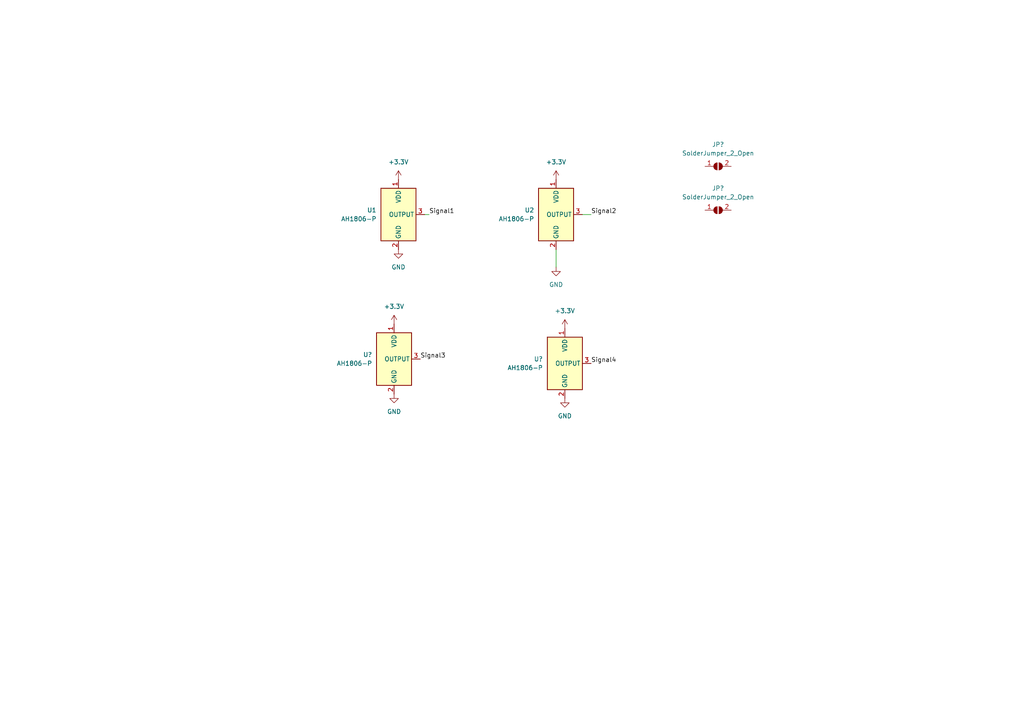
<source format=kicad_sch>
(kicad_sch (version 20211123) (generator eeschema)
  (paper "A4")
  (lib_symbols
    (symbol "Jumper:SolderJumper_2_Open" (pin_names (offset 0) hide)
      (property "Reference" "JP" (at 0 2.032 0))
      (property "Value" "SolderJumper_2_Open" (at 0 -2.54 0))
      (symbol "SolderJumper_2_Open_0_1"
        (arc (start -0.254 1.016) (mid -1.27 0) (end -0.254 -1.016))
        (arc (start -0.254 1.016) (mid -1.27 0) (end -0.254 -1.016) (fill (type outline)))
        (polyline (pts (xy -0.254 1.016) (xy -0.254 -1.016)))
        (polyline (pts (xy 0.254 1.016) (xy 0.254 -1.016)))
        (arc (start 0.254 -1.016) (mid 1.27 0) (end 0.254 1.016))
        (arc (start 0.254 -1.016) (mid 1.27 0) (end 0.254 1.016) (fill (type outline)))
      )
      (symbol "SolderJumper_2_Open_1_1"
        (pin passive line (at -3.81 0 0) (length 2.54) (name "A") (number "1"))
        (pin passive line (at 3.81 0 180) (length 2.54) (name "B") (number "2"))
      )
    )
    (symbol "Sensor_Magnetic:AH1806-P"
      (property "Reference" "U" (at -5.08 8.89 0))
      (property "Value" "AH1806-P" (at 7.62 8.89 0))
      (symbol "AH1806-P_0_1"
        (rectangle (start 5.08 7.62) (end -5.08 -7.62) (stroke (width 0.254)) (fill (type background)))
      )
      (symbol "AH1806-P_1_1"
        (pin power_in line (at 0 10.16 270) (length 2.54) (name "VDD") (number "1"))
        (pin power_in line (at 0 -10.16 90) (length 2.54) (name "GND") (number "2"))
        (pin open_collector line (at 7.62 0 180) (length 2.54) (name "OUTPUT") (number "3"))
      )
    )
    (symbol "power:+3.3V" (power) (pin_names (offset 0))
      (property "Value" "+3.3V" (at 0 3.556 0))
      (symbol "+3.3V_0_1"
        (polyline (pts (xy -0.762 1.27) (xy 0 2.54)))
        (polyline (pts (xy 0 0) (xy 0 2.54)))
        (polyline (pts (xy 0 2.54) (xy 0.762 1.27)))
      )
      (symbol "+3.3V_1_1"
        (pin power_in line (at 0 0 90) (length 0) hide (name "+3.3V") (number "1"))
      )
    )
    (symbol "power:GND" (power) (pin_names (offset 0))
      (property "Value" "GND" (at 0 -3.81 0))
      (symbol "GND_0_1"
        (polyline (pts (xy 0 0) (xy 0 -1.27) (xy 1.27 -1.27) (xy 0 -2.54) (xy -1.27 -1.27) (xy 0 -1.27)))
      )
      (symbol "GND_1_1"
        (pin power_in line (at 0 0 270) (length 0) hide (name "GND") (number "1"))
      )
    )
  )
  (wire (pts (xy 123.19 62.23) (xy 124.46 62.23)))
  (wire (pts (xy 168.91 62.23) (xy 171.45 62.23)))
  (wire (pts (xy 161.29 77.47) (xy 161.29 72.39)))
  (label "Signal1" (at 124.46 62.23 0))
  (label "Signal4" (at 171.45 105.41 0))
  (label "Signal3" (at 121.92 104.14 0))
  (label "Signal2" (at 171.45 62.23 0))
  (symbol (lib_id "Jumper:SolderJumper_2_Open") (at 208.28 60.96 0) (unit 1)
    (property "Reference" "JP?" (at 208.28 54.61 0))
    (property "Value" "SolderJumper_2_Open" (at 208.28 57.15 0))
  )
  (symbol (lib_id "Sensor_Magnetic:AH1806-P") (at 161.29 62.23 0) (unit 1)
    (property "Reference" "U2" (at 154.94 60.9599 0) (effects (justify right)))
    (property "Value" "AH1806-P" (at 154.94 63.4999 0) (effects (justify right)))
    (property "Footprint" "Connector_JST:JST_EH_B3B-EH-A_1x03_P2.50mm_Vertical" (effects hide))
    (property "Datasheet" "https://www.diodes.com/assets/Datasheets/AH1806.pdf" (effects hide))
  )
  (symbol (lib_id "power:+3.3V") (at 115.57 52.07 0) (unit 1)
    (property "Reference" "#PWR0102" (effects hide))
    (property "Value" "+3.3V" (at 115.57 46.99 0))
  )
  (symbol (lib_id "Sensor_Magnetic:AH1806-P") (at 115.57 62.23 0) (unit 1)
    (property "Reference" "U1" (at 109.22 60.9599 0) (effects (justify right)))
    (property "Value" "AH1806-P" (at 109.22 63.4999 0) (effects (justify right)))
    (property "Footprint" "Connector_JST:JST_EH_B3B-EH-A_1x03_P2.50mm_Vertical" (effects hide))
    (property "Datasheet" "https://www.diodes.com/assets/Datasheets/AH1806.pdf" (effects hide))
  )
  (symbol (lib_id "power:GND") (at 163.83 115.57 0) (unit 1)
    (property "Reference" "#PWR?" (effects hide))
    (property "Value" "GND" (at 163.83 120.65 0))
  )
  (symbol (lib_id "power:+3.3V") (at 163.83 95.25 0) (unit 1)
    (property "Reference" "#PWR?" (effects hide))
    (property "Value" "+3.3V" (at 163.83 90.17 0))
  )
  (symbol (lib_id "power:+3.3V") (at 114.3 93.98 0) (unit 1)
    (property "Reference" "#PWR?" (effects hide))
    (property "Value" "+3.3V" (at 114.3 88.9 0))
  )
  (symbol (lib_id "Jumper:SolderJumper_2_Open") (at 208.28 48.26 0) (unit 1)
    (property "Reference" "JP?" (at 208.28 41.91 0))
    (property "Value" "SolderJumper_2_Open" (at 208.28 44.45 0))
  )
  (symbol (lib_id "power:GND") (at 115.57 72.39 0) (unit 1)
    (property "Reference" "#PWR0101" (effects hide))
    (property "Value" "GND" (at 115.57 77.47 0))
  )
  (symbol (lib_id "Sensor_Magnetic:AH1806-P") (at 163.83 105.41 0) (unit 1)
    (property "Reference" "U?" (at 157.48 104.1399 0) (effects (justify right)))
    (property "Value" "AH1806-P" (at 157.48 106.6799 0) (effects (justify right)))
    (property "Footprint" "Connector_JST:JST_EH_B3B-EH-A_1x03_P2.50mm_Vertical" (effects hide))
    (property "Datasheet" "https://www.diodes.com/assets/Datasheets/AH1806.pdf" (effects hide))
  )
  (symbol (lib_id "power:+3.3V") (at 161.29 52.07 0) (unit 1)
    (property "Reference" "#PWR0103" (effects hide))
    (property "Value" "+3.3V" (at 161.29 46.99 0))
  )
  (symbol (lib_id "power:GND") (at 161.29 77.47 0) (unit 1)
    (property "Reference" "#PWR0106" (effects hide))
    (property "Value" "GND" (at 161.29 82.55 0))
  )
  (symbol (lib_id "Sensor_Magnetic:AH1806-P") (at 114.3 104.14 0) (unit 1)
    (property "Reference" "U?" (at 107.95 102.8699 0) (effects (justify right)))
    (property "Value" "AH1806-P" (at 107.95 105.4099 0) (effects (justify right)))
    (property "Footprint" "Connector_JST:JST_EH_B3B-EH-A_1x03_P2.50mm_Vertical" (effects hide))
    (property "Datasheet" "https://www.diodes.com/assets/Datasheets/AH1806.pdf" (effects hide))
  )
  (symbol (lib_id "power:GND") (at 114.3 114.3 0) (unit 1)
    (property "Reference" "#PWR?" (effects hide))
    (property "Value" "GND" (at 114.3 119.38 0))
  )
)
</source>
